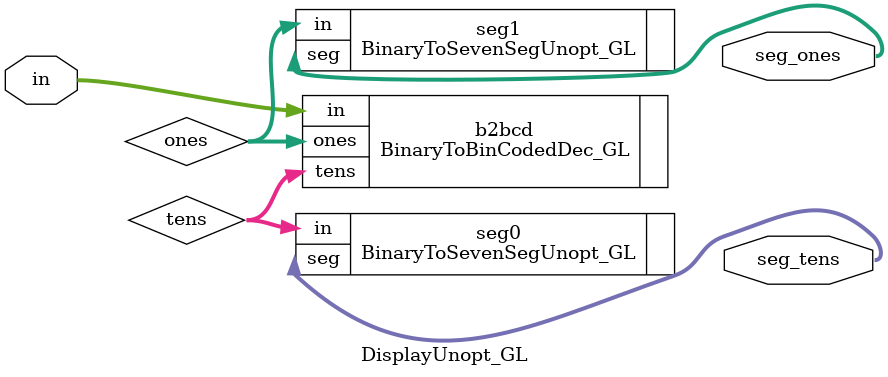
<source format=v>

`ifndef DISPLAY_UNOPT_GL_V
`define DISPLAY_UNOPT_GL_V

`include "lab1/BinaryToBinCodedDec_GL.v"
`include "lab1/BinaryToSevenSegUnopt_GL.v"

module DisplayUnopt_GL (
  input  wire [4:0] in,
  output wire [6:0] seg_tens,
  output wire [6:0] seg_ones
);

  wire [3:0] tens;
  wire [3:0] ones;

  BinaryToBinCodedDec_GL b2bcd (
    .in   (in),
    .tens (tens),
    .ones (ones)
  );

  BinaryToSevenSegUnopt_GL seg0 (
    .in  (tens),
    .seg (seg_tens)
  );

  BinaryToSevenSegUnopt_GL seg1 (
    .in  (ones),
    .seg (seg_ones)
  );

endmodule

`endif /* DISPLAY_UNOPT_GL_V */\

</source>
